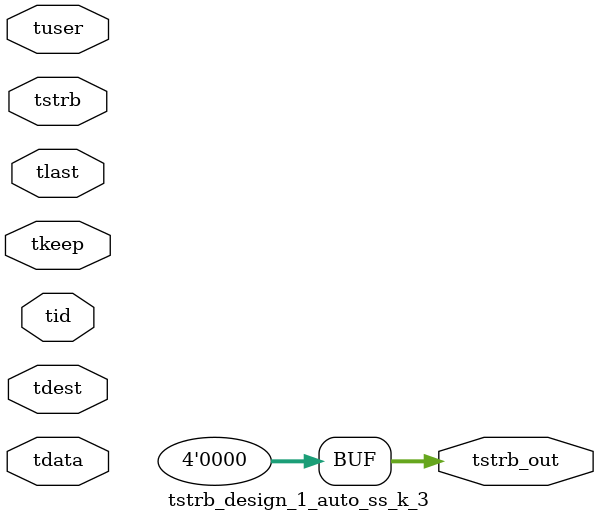
<source format=v>


`timescale 1ps/1ps

module tstrb_design_1_auto_ss_k_3 #
(
parameter C_S_AXIS_TDATA_WIDTH = 32,
parameter C_S_AXIS_TUSER_WIDTH = 0,
parameter C_S_AXIS_TID_WIDTH   = 0,
parameter C_S_AXIS_TDEST_WIDTH = 0,
parameter C_M_AXIS_TDATA_WIDTH = 32
)
(
input  [(C_S_AXIS_TDATA_WIDTH == 0 ? 1 : C_S_AXIS_TDATA_WIDTH)-1:0     ] tdata,
input  [(C_S_AXIS_TUSER_WIDTH == 0 ? 1 : C_S_AXIS_TUSER_WIDTH)-1:0     ] tuser,
input  [(C_S_AXIS_TID_WIDTH   == 0 ? 1 : C_S_AXIS_TID_WIDTH)-1:0       ] tid,
input  [(C_S_AXIS_TDEST_WIDTH == 0 ? 1 : C_S_AXIS_TDEST_WIDTH)-1:0     ] tdest,
input  [(C_S_AXIS_TDATA_WIDTH/8)-1:0 ] tkeep,
input  [(C_S_AXIS_TDATA_WIDTH/8)-1:0 ] tstrb,
input                                                                    tlast,
output [(C_M_AXIS_TDATA_WIDTH/8)-1:0 ] tstrb_out
);

assign tstrb_out = {1'b0};

endmodule


</source>
